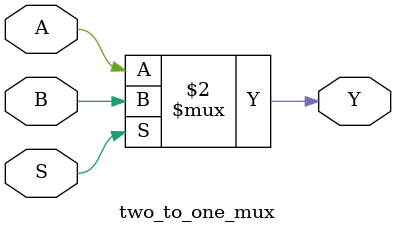
<source format=v>
module two_to_one_mux (
    A,
    B,
    S,
    Y
);

    input A;
    input B;
    input S;
    output Y;

    assign Y = (S == 0) ? A : B;

endmodule
</source>
